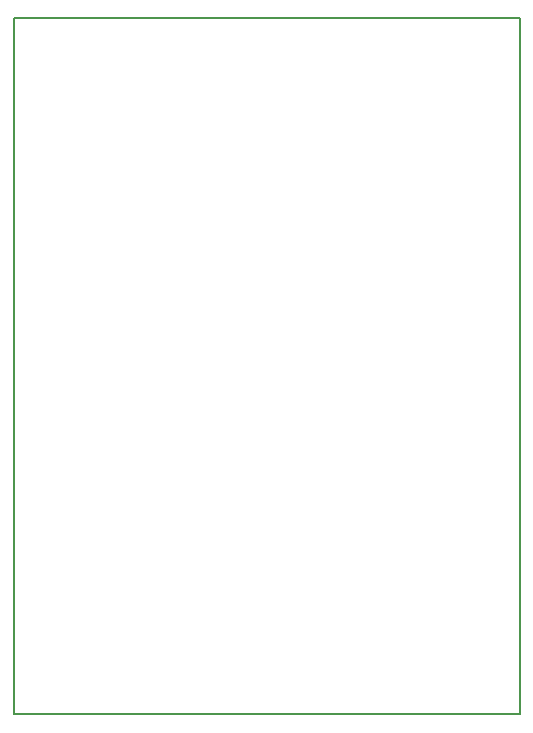
<source format=gbo>
G04 MADE WITH FRITZING*
G04 WWW.FRITZING.ORG*
G04 DOUBLE SIDED*
G04 HOLES PLATED*
G04 CONTOUR ON CENTER OF CONTOUR VECTOR*
%ASAXBY*%
%FSLAX23Y23*%
%MOIN*%
%OFA0B0*%
%SFA1.0B1.0*%
%ADD10R,1.693880X2.327940X1.677880X2.311940*%
%ADD11C,0.008000*%
%LNSILK0*%
G90*
G70*
G54D11*
X4Y2324D02*
X1690Y2324D01*
X1690Y4D01*
X4Y4D01*
X4Y2324D01*
D02*
G04 End of Silk0*
M02*
</source>
